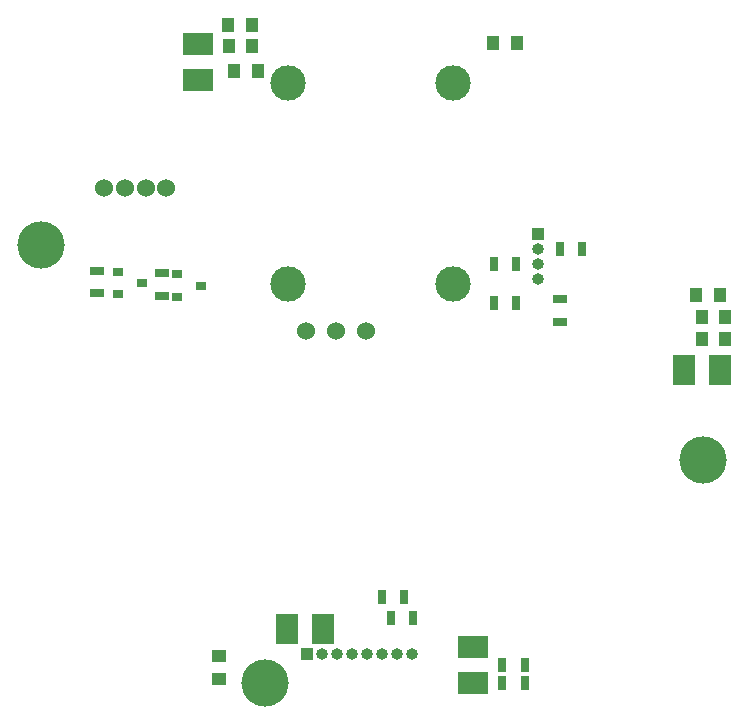
<source format=gbs>
G04 #@! TF.FileFunction,Soldermask,Bot*
%FSLAX46Y46*%
G04 Gerber Fmt 4.6, Leading zero omitted, Abs format (unit mm)*
G04 Created by KiCad (PCBNEW 4.0.7) date 06/01/18 20:15:47*
%MOMM*%
%LPD*%
G01*
G04 APERTURE LIST*
%ADD10C,0.100000*%
%ADD11C,1.524000*%
%ADD12C,3.000000*%
%ADD13R,0.900000X0.800000*%
%ADD14C,4.000000*%
%ADD15R,1.000000X1.250000*%
%ADD16R,1.250000X1.000000*%
%ADD17R,2.500000X1.950000*%
%ADD18R,1.950000X2.500000*%
%ADD19R,1.300000X0.700000*%
%ADD20R,0.700000X1.300000*%
%ADD21R,1.000000X1.000000*%
%ADD22O,1.000000X1.000000*%
G04 APERTURE END LIST*
D10*
D11*
X44393600Y-48205200D03*
X49473600Y-48205200D03*
D12*
X56863600Y-27165200D03*
X42863600Y-27165200D03*
X42863600Y-44165200D03*
X56863600Y-44165200D03*
D11*
X46933600Y-48205200D03*
D13*
X28500000Y-45050000D03*
X28500000Y-43150000D03*
X30500000Y-44100000D03*
D11*
X29063600Y-36065200D03*
X27313600Y-36065200D03*
X30813600Y-36065200D03*
X32563600Y-36065200D03*
D14*
X40900000Y-78000000D03*
X78000000Y-59100000D03*
D15*
X79913600Y-46990200D03*
X77913600Y-46990200D03*
D16*
X37063600Y-77665200D03*
X37063600Y-75665200D03*
D15*
X77913600Y-48840200D03*
X79913600Y-48840200D03*
D17*
X58563600Y-77990200D03*
X58563600Y-74940200D03*
D15*
X38338600Y-26165200D03*
X40338600Y-26165200D03*
D18*
X76413600Y-51515200D03*
X79463600Y-51515200D03*
D15*
X79438600Y-45140200D03*
X77438600Y-45140200D03*
X60238600Y-23765200D03*
X62238600Y-23765200D03*
X39838600Y-24090200D03*
X37838600Y-24090200D03*
X39813600Y-22240200D03*
X37813600Y-22240200D03*
D17*
X35263600Y-23865200D03*
X35263600Y-26915200D03*
D13*
X33500000Y-45300000D03*
X33500000Y-43400000D03*
X35500000Y-44350000D03*
D19*
X65913600Y-47390200D03*
X65913600Y-45490200D03*
D20*
X61010000Y-78030000D03*
X62910000Y-78030000D03*
X61013600Y-76465200D03*
X62913600Y-76465200D03*
X51563600Y-72515200D03*
X53463600Y-72515200D03*
D19*
X32200000Y-43300000D03*
X32200000Y-45200000D03*
D20*
X50813600Y-70690200D03*
X52713600Y-70690200D03*
D19*
X26700000Y-43100000D03*
X26700000Y-45000000D03*
D21*
X44500000Y-75500000D03*
D22*
X45770000Y-75500000D03*
X47040000Y-75500000D03*
X48310000Y-75500000D03*
X49580000Y-75500000D03*
X50850000Y-75500000D03*
X52120000Y-75500000D03*
X53390000Y-75500000D03*
D21*
X64000000Y-40000000D03*
D22*
X64000000Y-41270000D03*
X64000000Y-42540000D03*
X64000000Y-43810000D03*
D20*
X67788600Y-41265200D03*
X65888600Y-41265200D03*
X60313600Y-42540200D03*
X62213600Y-42540200D03*
X60313600Y-45815200D03*
X62213600Y-45815200D03*
D14*
X22000000Y-40900000D03*
D18*
X42810000Y-73420000D03*
X45860000Y-73420000D03*
M02*

</source>
